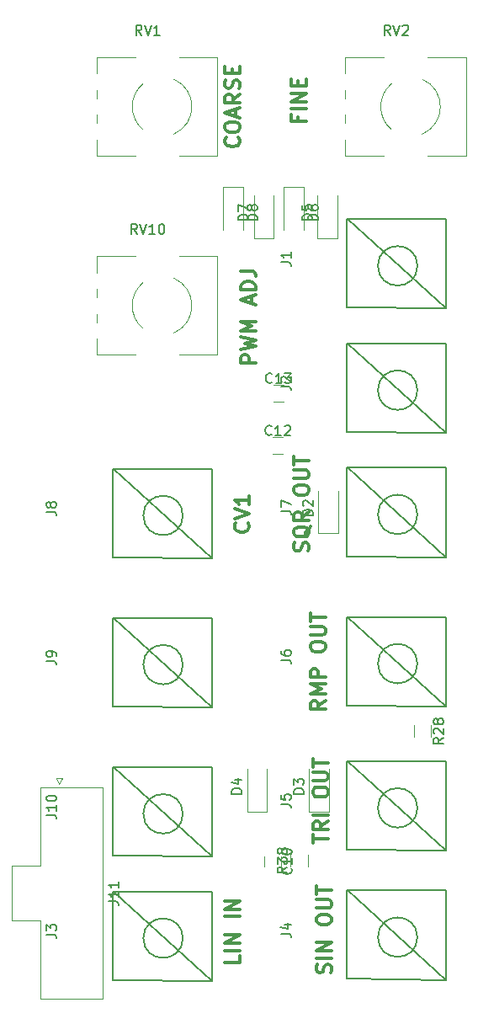
<source format=gbr>
%TF.GenerationSoftware,KiCad,Pcbnew,4.0.7*%
%TF.CreationDate,2018-03-09T05:36:50+01:00*%
%TF.ProjectId,vco,76636F2E6B696361645F706362000000,rev?*%
%TF.FileFunction,Legend,Top*%
%FSLAX46Y46*%
G04 Gerber Fmt 4.6, Leading zero omitted, Abs format (unit mm)*
G04 Created by KiCad (PCBNEW 4.0.7) date 03/09/18 05:36:50*
%MOMM*%
%LPD*%
G01*
G04 APERTURE LIST*
%ADD10C,0.100000*%
%ADD11C,0.300000*%
%ADD12C,0.120000*%
%ADD13C,0.150000*%
G04 APERTURE END LIST*
D10*
D11*
X172428571Y-65192857D02*
X170928571Y-65192857D01*
X170928571Y-64621429D01*
X171000000Y-64478571D01*
X171071429Y-64407143D01*
X171214286Y-64335714D01*
X171428571Y-64335714D01*
X171571429Y-64407143D01*
X171642857Y-64478571D01*
X171714286Y-64621429D01*
X171714286Y-65192857D01*
X170928571Y-63835714D02*
X172428571Y-63478571D01*
X171357143Y-63192857D01*
X172428571Y-62907143D01*
X170928571Y-62550000D01*
X172428571Y-61978571D02*
X170928571Y-61978571D01*
X172000000Y-61478571D01*
X170928571Y-60978571D01*
X172428571Y-60978571D01*
X172000000Y-59192857D02*
X172000000Y-58478571D01*
X172428571Y-59335714D02*
X170928571Y-58835714D01*
X172428571Y-58335714D01*
X172428571Y-57835714D02*
X170928571Y-57835714D01*
X170928571Y-57478571D01*
X171000000Y-57264286D01*
X171142857Y-57121428D01*
X171285714Y-57050000D01*
X171571429Y-56978571D01*
X171785714Y-56978571D01*
X172071429Y-57050000D01*
X172214286Y-57121428D01*
X172357143Y-57264286D01*
X172428571Y-57478571D01*
X172428571Y-57835714D01*
X170928571Y-55907143D02*
X172000000Y-55907143D01*
X172214286Y-55978571D01*
X172357143Y-56121428D01*
X172428571Y-56335714D01*
X172428571Y-56478571D01*
X176692857Y-40407143D02*
X176692857Y-40907143D01*
X177478571Y-40907143D02*
X175978571Y-40907143D01*
X175978571Y-40192857D01*
X177478571Y-39621429D02*
X175978571Y-39621429D01*
X177478571Y-38907143D02*
X175978571Y-38907143D01*
X177478571Y-38050000D01*
X175978571Y-38050000D01*
X176692857Y-37335714D02*
X176692857Y-36835714D01*
X177478571Y-36621428D02*
X177478571Y-37335714D01*
X175978571Y-37335714D01*
X175978571Y-36621428D01*
X170685714Y-42507142D02*
X170757143Y-42578571D01*
X170828571Y-42792857D01*
X170828571Y-42935714D01*
X170757143Y-43149999D01*
X170614286Y-43292857D01*
X170471429Y-43364285D01*
X170185714Y-43435714D01*
X169971429Y-43435714D01*
X169685714Y-43364285D01*
X169542857Y-43292857D01*
X169400000Y-43149999D01*
X169328571Y-42935714D01*
X169328571Y-42792857D01*
X169400000Y-42578571D01*
X169471429Y-42507142D01*
X169328571Y-41578571D02*
X169328571Y-41292857D01*
X169400000Y-41149999D01*
X169542857Y-41007142D01*
X169828571Y-40935714D01*
X170328571Y-40935714D01*
X170614286Y-41007142D01*
X170757143Y-41149999D01*
X170828571Y-41292857D01*
X170828571Y-41578571D01*
X170757143Y-41721428D01*
X170614286Y-41864285D01*
X170328571Y-41935714D01*
X169828571Y-41935714D01*
X169542857Y-41864285D01*
X169400000Y-41721428D01*
X169328571Y-41578571D01*
X170400000Y-40364285D02*
X170400000Y-39649999D01*
X170828571Y-40507142D02*
X169328571Y-40007142D01*
X170828571Y-39507142D01*
X170828571Y-38149999D02*
X170114286Y-38649999D01*
X170828571Y-39007142D02*
X169328571Y-39007142D01*
X169328571Y-38435714D01*
X169400000Y-38292856D01*
X169471429Y-38221428D01*
X169614286Y-38149999D01*
X169828571Y-38149999D01*
X169971429Y-38221428D01*
X170042857Y-38292856D01*
X170114286Y-38435714D01*
X170114286Y-39007142D01*
X170757143Y-37578571D02*
X170828571Y-37364285D01*
X170828571Y-37007142D01*
X170757143Y-36864285D01*
X170685714Y-36792856D01*
X170542857Y-36721428D01*
X170400000Y-36721428D01*
X170257143Y-36792856D01*
X170185714Y-36864285D01*
X170114286Y-37007142D01*
X170042857Y-37292856D01*
X169971429Y-37435714D01*
X169900000Y-37507142D01*
X169757143Y-37578571D01*
X169614286Y-37578571D01*
X169471429Y-37507142D01*
X169400000Y-37435714D01*
X169328571Y-37292856D01*
X169328571Y-36935714D01*
X169400000Y-36721428D01*
X170042857Y-36078571D02*
X170042857Y-35578571D01*
X170828571Y-35364285D02*
X170828571Y-36078571D01*
X169328571Y-36078571D01*
X169328571Y-35364285D01*
X171635714Y-81242856D02*
X171707143Y-81314285D01*
X171778571Y-81528571D01*
X171778571Y-81671428D01*
X171707143Y-81885713D01*
X171564286Y-82028571D01*
X171421429Y-82099999D01*
X171135714Y-82171428D01*
X170921429Y-82171428D01*
X170635714Y-82099999D01*
X170492857Y-82028571D01*
X170350000Y-81885713D01*
X170278571Y-81671428D01*
X170278571Y-81528571D01*
X170350000Y-81314285D01*
X170421429Y-81242856D01*
X170278571Y-80814285D02*
X171778571Y-80314285D01*
X170278571Y-79814285D01*
X171778571Y-78528571D02*
X171778571Y-79385714D01*
X171778571Y-78957142D02*
X170278571Y-78957142D01*
X170492857Y-79099999D01*
X170635714Y-79242857D01*
X170707143Y-79385714D01*
X177707143Y-84078572D02*
X177778571Y-83864286D01*
X177778571Y-83507143D01*
X177707143Y-83364286D01*
X177635714Y-83292857D01*
X177492857Y-83221429D01*
X177350000Y-83221429D01*
X177207143Y-83292857D01*
X177135714Y-83364286D01*
X177064286Y-83507143D01*
X176992857Y-83792857D01*
X176921429Y-83935715D01*
X176850000Y-84007143D01*
X176707143Y-84078572D01*
X176564286Y-84078572D01*
X176421429Y-84007143D01*
X176350000Y-83935715D01*
X176278571Y-83792857D01*
X176278571Y-83435715D01*
X176350000Y-83221429D01*
X177921429Y-81578572D02*
X177850000Y-81721429D01*
X177707143Y-81864286D01*
X177492857Y-82078572D01*
X177421429Y-82221429D01*
X177421429Y-82364286D01*
X177778571Y-82292858D02*
X177707143Y-82435715D01*
X177564286Y-82578572D01*
X177278571Y-82650001D01*
X176778571Y-82650001D01*
X176492857Y-82578572D01*
X176350000Y-82435715D01*
X176278571Y-82292858D01*
X176278571Y-82007144D01*
X176350000Y-81864286D01*
X176492857Y-81721429D01*
X176778571Y-81650001D01*
X177278571Y-81650001D01*
X177564286Y-81721429D01*
X177707143Y-81864286D01*
X177778571Y-82007144D01*
X177778571Y-82292858D01*
X177778571Y-80150000D02*
X177064286Y-80650000D01*
X177778571Y-81007143D02*
X176278571Y-81007143D01*
X176278571Y-80435715D01*
X176350000Y-80292857D01*
X176421429Y-80221429D01*
X176564286Y-80150000D01*
X176778571Y-80150000D01*
X176921429Y-80221429D01*
X176992857Y-80292857D01*
X177064286Y-80435715D01*
X177064286Y-81007143D01*
X176278571Y-78078572D02*
X176278571Y-77792858D01*
X176350000Y-77650000D01*
X176492857Y-77507143D01*
X176778571Y-77435715D01*
X177278571Y-77435715D01*
X177564286Y-77507143D01*
X177707143Y-77650000D01*
X177778571Y-77792858D01*
X177778571Y-78078572D01*
X177707143Y-78221429D01*
X177564286Y-78364286D01*
X177278571Y-78435715D01*
X176778571Y-78435715D01*
X176492857Y-78364286D01*
X176350000Y-78221429D01*
X176278571Y-78078572D01*
X176278571Y-76792857D02*
X177492857Y-76792857D01*
X177635714Y-76721429D01*
X177707143Y-76650000D01*
X177778571Y-76507143D01*
X177778571Y-76221429D01*
X177707143Y-76078571D01*
X177635714Y-76007143D01*
X177492857Y-75935714D01*
X176278571Y-75935714D01*
X176278571Y-75435714D02*
X176278571Y-74578571D01*
X177778571Y-75007142D02*
X176278571Y-75007142D01*
X179428571Y-99107143D02*
X178714286Y-99607143D01*
X179428571Y-99964286D02*
X177928571Y-99964286D01*
X177928571Y-99392858D01*
X178000000Y-99250000D01*
X178071429Y-99178572D01*
X178214286Y-99107143D01*
X178428571Y-99107143D01*
X178571429Y-99178572D01*
X178642857Y-99250000D01*
X178714286Y-99392858D01*
X178714286Y-99964286D01*
X179428571Y-98464286D02*
X177928571Y-98464286D01*
X179000000Y-97964286D01*
X177928571Y-97464286D01*
X179428571Y-97464286D01*
X179428571Y-96750000D02*
X177928571Y-96750000D01*
X177928571Y-96178572D01*
X178000000Y-96035714D01*
X178071429Y-95964286D01*
X178214286Y-95892857D01*
X178428571Y-95892857D01*
X178571429Y-95964286D01*
X178642857Y-96035714D01*
X178714286Y-96178572D01*
X178714286Y-96750000D01*
X177928571Y-93821429D02*
X177928571Y-93535715D01*
X178000000Y-93392857D01*
X178142857Y-93250000D01*
X178428571Y-93178572D01*
X178928571Y-93178572D01*
X179214286Y-93250000D01*
X179357143Y-93392857D01*
X179428571Y-93535715D01*
X179428571Y-93821429D01*
X179357143Y-93964286D01*
X179214286Y-94107143D01*
X178928571Y-94178572D01*
X178428571Y-94178572D01*
X178142857Y-94107143D01*
X178000000Y-93964286D01*
X177928571Y-93821429D01*
X177928571Y-92535714D02*
X179142857Y-92535714D01*
X179285714Y-92464286D01*
X179357143Y-92392857D01*
X179428571Y-92250000D01*
X179428571Y-91964286D01*
X179357143Y-91821428D01*
X179285714Y-91750000D01*
X179142857Y-91678571D01*
X177928571Y-91678571D01*
X177928571Y-91178571D02*
X177928571Y-90321428D01*
X179428571Y-90749999D02*
X177928571Y-90749999D01*
X178178571Y-113450000D02*
X178178571Y-112592857D01*
X179678571Y-113021428D02*
X178178571Y-113021428D01*
X179678571Y-111235714D02*
X178964286Y-111735714D01*
X179678571Y-112092857D02*
X178178571Y-112092857D01*
X178178571Y-111521429D01*
X178250000Y-111378571D01*
X178321429Y-111307143D01*
X178464286Y-111235714D01*
X178678571Y-111235714D01*
X178821429Y-111307143D01*
X178892857Y-111378571D01*
X178964286Y-111521429D01*
X178964286Y-112092857D01*
X179678571Y-110592857D02*
X178178571Y-110592857D01*
X178178571Y-108450000D02*
X178178571Y-108164286D01*
X178250000Y-108021428D01*
X178392857Y-107878571D01*
X178678571Y-107807143D01*
X179178571Y-107807143D01*
X179464286Y-107878571D01*
X179607143Y-108021428D01*
X179678571Y-108164286D01*
X179678571Y-108450000D01*
X179607143Y-108592857D01*
X179464286Y-108735714D01*
X179178571Y-108807143D01*
X178678571Y-108807143D01*
X178392857Y-108735714D01*
X178250000Y-108592857D01*
X178178571Y-108450000D01*
X178178571Y-107164285D02*
X179392857Y-107164285D01*
X179535714Y-107092857D01*
X179607143Y-107021428D01*
X179678571Y-106878571D01*
X179678571Y-106592857D01*
X179607143Y-106449999D01*
X179535714Y-106378571D01*
X179392857Y-106307142D01*
X178178571Y-106307142D01*
X178178571Y-105807142D02*
X178178571Y-104949999D01*
X179678571Y-105378570D02*
X178178571Y-105378570D01*
X179957143Y-126485715D02*
X180028571Y-126271429D01*
X180028571Y-125914286D01*
X179957143Y-125771429D01*
X179885714Y-125700000D01*
X179742857Y-125628572D01*
X179600000Y-125628572D01*
X179457143Y-125700000D01*
X179385714Y-125771429D01*
X179314286Y-125914286D01*
X179242857Y-126200000D01*
X179171429Y-126342858D01*
X179100000Y-126414286D01*
X178957143Y-126485715D01*
X178814286Y-126485715D01*
X178671429Y-126414286D01*
X178600000Y-126342858D01*
X178528571Y-126200000D01*
X178528571Y-125842858D01*
X178600000Y-125628572D01*
X180028571Y-124985715D02*
X178528571Y-124985715D01*
X180028571Y-124271429D02*
X178528571Y-124271429D01*
X180028571Y-123414286D01*
X178528571Y-123414286D01*
X178528571Y-121271429D02*
X178528571Y-120985715D01*
X178600000Y-120842857D01*
X178742857Y-120700000D01*
X179028571Y-120628572D01*
X179528571Y-120628572D01*
X179814286Y-120700000D01*
X179957143Y-120842857D01*
X180028571Y-120985715D01*
X180028571Y-121271429D01*
X179957143Y-121414286D01*
X179814286Y-121557143D01*
X179528571Y-121628572D01*
X179028571Y-121628572D01*
X178742857Y-121557143D01*
X178600000Y-121414286D01*
X178528571Y-121271429D01*
X178528571Y-119985714D02*
X179742857Y-119985714D01*
X179885714Y-119914286D01*
X179957143Y-119842857D01*
X180028571Y-119700000D01*
X180028571Y-119414286D01*
X179957143Y-119271428D01*
X179885714Y-119200000D01*
X179742857Y-119128571D01*
X178528571Y-119128571D01*
X178528571Y-118628571D02*
X178528571Y-117771428D01*
X180028571Y-118199999D02*
X178528571Y-118199999D01*
X170828571Y-124742857D02*
X170828571Y-125457143D01*
X169328571Y-125457143D01*
X170828571Y-124242857D02*
X169328571Y-124242857D01*
X170828571Y-123528571D02*
X169328571Y-123528571D01*
X170828571Y-122671428D01*
X169328571Y-122671428D01*
X170828571Y-120814285D02*
X169328571Y-120814285D01*
X170828571Y-120099999D02*
X169328571Y-120099999D01*
X170828571Y-119242856D01*
X169328571Y-119242856D01*
D12*
X164171982Y-36637568D02*
G75*
G02X164173000Y-42162000I-1171982J-2762432D01*
G01*
X161071705Y-41697753D02*
G75*
G02X161072000Y-37102000I1928295J2297753D01*
G01*
X156440000Y-34439000D02*
X160306000Y-34439000D01*
X164695000Y-34439000D02*
X168560000Y-34439000D01*
X156440000Y-44360000D02*
X160306000Y-44360000D01*
X164695000Y-44360000D02*
X168560000Y-44360000D01*
X156440000Y-34439000D02*
X156440000Y-36075000D01*
X156440000Y-37725000D02*
X156440000Y-38575000D01*
X156440000Y-40225000D02*
X156440000Y-41075000D01*
X156440000Y-42725000D02*
X156440000Y-44360000D01*
X168560000Y-34439000D02*
X168560000Y-44360000D01*
X189171982Y-36637568D02*
G75*
G02X189173000Y-42162000I-1171982J-2762432D01*
G01*
X186071705Y-41697753D02*
G75*
G02X186072000Y-37102000I1928295J2297753D01*
G01*
X181440000Y-34439000D02*
X185306000Y-34439000D01*
X189695000Y-34439000D02*
X193560000Y-34439000D01*
X181440000Y-44360000D02*
X185306000Y-44360000D01*
X189695000Y-44360000D02*
X193560000Y-44360000D01*
X181440000Y-34439000D02*
X181440000Y-36075000D01*
X181440000Y-37725000D02*
X181440000Y-38575000D01*
X181440000Y-40225000D02*
X181440000Y-41075000D01*
X181440000Y-42725000D02*
X181440000Y-44360000D01*
X193560000Y-34439000D02*
X193560000Y-44360000D01*
X164171982Y-56637568D02*
G75*
G02X164173000Y-62162000I-1171982J-2762432D01*
G01*
X161071705Y-61697753D02*
G75*
G02X161072000Y-57102000I1928295J2297753D01*
G01*
X156440000Y-54439000D02*
X160306000Y-54439000D01*
X164695000Y-54439000D02*
X168560000Y-54439000D01*
X156440000Y-64360000D02*
X160306000Y-64360000D01*
X164695000Y-64360000D02*
X168560000Y-64360000D01*
X156440000Y-54439000D02*
X156440000Y-56075000D01*
X156440000Y-57725000D02*
X156440000Y-58575000D01*
X156440000Y-60225000D02*
X156440000Y-61075000D01*
X156440000Y-62725000D02*
X156440000Y-64360000D01*
X168560000Y-54439000D02*
X168560000Y-64360000D01*
D13*
X188684943Y-67900000D02*
G75*
G03X188684943Y-67900000I-1984943J0D01*
G01*
X191600000Y-72200000D02*
X181700000Y-63200000D01*
X191600000Y-63200000D02*
X191600000Y-72200000D01*
X181600000Y-63200000D02*
X191600000Y-63200000D01*
X181600000Y-72100000D02*
X181600000Y-63200000D01*
X191600000Y-72200000D02*
X181600000Y-72100000D01*
D12*
X157040000Y-118500000D02*
X157040000Y-107880000D01*
X157040000Y-107880000D02*
X150760000Y-107880000D01*
X150760000Y-107880000D02*
X150760000Y-115750000D01*
X150760000Y-115750000D02*
X147900000Y-115750000D01*
X147900000Y-115750000D02*
X147900000Y-118500000D01*
X157040000Y-118500000D02*
X157040000Y-129120000D01*
X157040000Y-129120000D02*
X150760000Y-129120000D01*
X150760000Y-129120000D02*
X150760000Y-121250000D01*
X150760000Y-121250000D02*
X147900000Y-121250000D01*
X147900000Y-121250000D02*
X147900000Y-118500000D01*
X152650000Y-107530000D02*
X152350000Y-106930000D01*
X152350000Y-106930000D02*
X152950000Y-106930000D01*
X152950000Y-106930000D02*
X152650000Y-107530000D01*
D13*
X188684943Y-55400000D02*
G75*
G03X188684943Y-55400000I-1984943J0D01*
G01*
X191600000Y-59700000D02*
X181700000Y-50700000D01*
X191600000Y-50700000D02*
X191600000Y-59700000D01*
X181600000Y-50700000D02*
X191600000Y-50700000D01*
X181600000Y-59600000D02*
X181600000Y-50700000D01*
X191600000Y-59700000D02*
X181600000Y-59600000D01*
X188684943Y-80400000D02*
G75*
G03X188684943Y-80400000I-1984943J0D01*
G01*
X191600000Y-84700000D02*
X181700000Y-75700000D01*
X191600000Y-75700000D02*
X191600000Y-84700000D01*
X181600000Y-75700000D02*
X191600000Y-75700000D01*
X181600000Y-84600000D02*
X181600000Y-75700000D01*
X191600000Y-84700000D02*
X181600000Y-84600000D01*
X188684943Y-95400000D02*
G75*
G03X188684943Y-95400000I-1984943J0D01*
G01*
X191600000Y-99700000D02*
X181700000Y-90700000D01*
X191600000Y-90700000D02*
X191600000Y-99700000D01*
X181600000Y-90700000D02*
X191600000Y-90700000D01*
X181600000Y-99600000D02*
X181600000Y-90700000D01*
X191600000Y-99700000D02*
X181600000Y-99600000D01*
X188684943Y-109900000D02*
G75*
G03X188684943Y-109900000I-1984943J0D01*
G01*
X191600000Y-114200000D02*
X181700000Y-105200000D01*
X191600000Y-105200000D02*
X191600000Y-114200000D01*
X181600000Y-105200000D02*
X191600000Y-105200000D01*
X181600000Y-114100000D02*
X181600000Y-105200000D01*
X191600000Y-114200000D02*
X181600000Y-114100000D01*
X188684943Y-122900000D02*
G75*
G03X188684943Y-122900000I-1984943J0D01*
G01*
X191600000Y-127200000D02*
X181700000Y-118200000D01*
X191600000Y-118200000D02*
X191600000Y-127200000D01*
X181600000Y-118200000D02*
X191600000Y-118200000D01*
X181600000Y-127100000D02*
X181600000Y-118200000D01*
X191600000Y-127200000D02*
X181600000Y-127100000D01*
X165084943Y-123000000D02*
G75*
G03X165084943Y-123000000I-1984943J0D01*
G01*
X168000000Y-127300000D02*
X158100000Y-118300000D01*
X168000000Y-118300000D02*
X168000000Y-127300000D01*
X158000000Y-118300000D02*
X168000000Y-118300000D01*
X158000000Y-127200000D02*
X158000000Y-118300000D01*
X168000000Y-127300000D02*
X158000000Y-127200000D01*
X165084943Y-110500000D02*
G75*
G03X165084943Y-110500000I-1984943J0D01*
G01*
X168000000Y-114800000D02*
X158100000Y-105800000D01*
X168000000Y-105800000D02*
X168000000Y-114800000D01*
X158000000Y-105800000D02*
X168000000Y-105800000D01*
X158000000Y-114700000D02*
X158000000Y-105800000D01*
X168000000Y-114800000D02*
X158000000Y-114700000D01*
X165084943Y-95500000D02*
G75*
G03X165084943Y-95500000I-1984943J0D01*
G01*
X168000000Y-99800000D02*
X158100000Y-90800000D01*
X168000000Y-90800000D02*
X168000000Y-99800000D01*
X158000000Y-90800000D02*
X168000000Y-90800000D01*
X158000000Y-99700000D02*
X158000000Y-90800000D01*
X168000000Y-99800000D02*
X158000000Y-99700000D01*
X165084943Y-80500000D02*
G75*
G03X165084943Y-80500000I-1984943J0D01*
G01*
X168000000Y-84800000D02*
X158100000Y-75800000D01*
X168000000Y-75800000D02*
X168000000Y-84800000D01*
X158000000Y-75800000D02*
X168000000Y-75800000D01*
X158000000Y-84700000D02*
X158000000Y-75800000D01*
X168000000Y-84800000D02*
X158000000Y-84700000D01*
D12*
X174950000Y-115800000D02*
X174950000Y-114800000D01*
X173250000Y-114800000D02*
X173250000Y-115800000D01*
X175150000Y-72650000D02*
X174150000Y-72650000D01*
X174150000Y-74350000D02*
X175150000Y-74350000D01*
X175200000Y-67400000D02*
X174200000Y-67400000D01*
X174200000Y-69100000D02*
X175200000Y-69100000D01*
X178700000Y-78000000D02*
X178700000Y-82300000D01*
X178700000Y-82300000D02*
X180700000Y-82300000D01*
X180700000Y-82300000D02*
X180700000Y-78000000D01*
X177800000Y-106000000D02*
X177800000Y-110300000D01*
X177800000Y-110300000D02*
X179800000Y-110300000D01*
X179800000Y-110300000D02*
X179800000Y-106000000D01*
X171550000Y-106000000D02*
X171550000Y-110300000D01*
X171550000Y-110300000D02*
X173550000Y-110300000D01*
X173550000Y-110300000D02*
X173550000Y-106000000D01*
X178622800Y-48300000D02*
X178622800Y-52600000D01*
X178622800Y-52600000D02*
X180622800Y-52600000D01*
X180622800Y-52600000D02*
X180622800Y-48300000D01*
X177222800Y-51813274D02*
X177222800Y-47513274D01*
X177222800Y-47513274D02*
X175222800Y-47513274D01*
X175222800Y-47513274D02*
X175222800Y-51813274D01*
X172222800Y-48313274D02*
X172222800Y-52613274D01*
X172222800Y-52613274D02*
X174222800Y-52613274D01*
X174222800Y-52613274D02*
X174222800Y-48313274D01*
X171122800Y-51813274D02*
X171122800Y-47513274D01*
X171122800Y-47513274D02*
X169122800Y-47513274D01*
X169122800Y-47513274D02*
X169122800Y-51813274D01*
X188320000Y-102800000D02*
X188320000Y-101600000D01*
X190080000Y-101600000D02*
X190080000Y-102800000D01*
X177680000Y-114600000D02*
X177680000Y-115800000D01*
X175920000Y-115800000D02*
X175920000Y-114600000D01*
D13*
X160954762Y-32202381D02*
X160621428Y-31726190D01*
X160383333Y-32202381D02*
X160383333Y-31202381D01*
X160764286Y-31202381D01*
X160859524Y-31250000D01*
X160907143Y-31297619D01*
X160954762Y-31392857D01*
X160954762Y-31535714D01*
X160907143Y-31630952D01*
X160859524Y-31678571D01*
X160764286Y-31726190D01*
X160383333Y-31726190D01*
X161240476Y-31202381D02*
X161573809Y-32202381D01*
X161907143Y-31202381D01*
X162764286Y-32202381D02*
X162192857Y-32202381D01*
X162478571Y-32202381D02*
X162478571Y-31202381D01*
X162383333Y-31345238D01*
X162288095Y-31440476D01*
X162192857Y-31488095D01*
X185954762Y-32202381D02*
X185621428Y-31726190D01*
X185383333Y-32202381D02*
X185383333Y-31202381D01*
X185764286Y-31202381D01*
X185859524Y-31250000D01*
X185907143Y-31297619D01*
X185954762Y-31392857D01*
X185954762Y-31535714D01*
X185907143Y-31630952D01*
X185859524Y-31678571D01*
X185764286Y-31726190D01*
X185383333Y-31726190D01*
X186240476Y-31202381D02*
X186573809Y-32202381D01*
X186907143Y-31202381D01*
X187192857Y-31297619D02*
X187240476Y-31250000D01*
X187335714Y-31202381D01*
X187573810Y-31202381D01*
X187669048Y-31250000D01*
X187716667Y-31297619D01*
X187764286Y-31392857D01*
X187764286Y-31488095D01*
X187716667Y-31630952D01*
X187145238Y-32202381D01*
X187764286Y-32202381D01*
X160478572Y-52202381D02*
X160145238Y-51726190D01*
X159907143Y-52202381D02*
X159907143Y-51202381D01*
X160288096Y-51202381D01*
X160383334Y-51250000D01*
X160430953Y-51297619D01*
X160478572Y-51392857D01*
X160478572Y-51535714D01*
X160430953Y-51630952D01*
X160383334Y-51678571D01*
X160288096Y-51726190D01*
X159907143Y-51726190D01*
X160764286Y-51202381D02*
X161097619Y-52202381D01*
X161430953Y-51202381D01*
X162288096Y-52202381D02*
X161716667Y-52202381D01*
X162002381Y-52202381D02*
X162002381Y-51202381D01*
X161907143Y-51345238D01*
X161811905Y-51440476D01*
X161716667Y-51488095D01*
X162907143Y-51202381D02*
X163002382Y-51202381D01*
X163097620Y-51250000D01*
X163145239Y-51297619D01*
X163192858Y-51392857D01*
X163240477Y-51583333D01*
X163240477Y-51821429D01*
X163192858Y-52011905D01*
X163145239Y-52107143D01*
X163097620Y-52154762D01*
X163002382Y-52202381D01*
X162907143Y-52202381D01*
X162811905Y-52154762D01*
X162764286Y-52107143D01*
X162716667Y-52011905D01*
X162669048Y-51821429D01*
X162669048Y-51583333D01*
X162716667Y-51392857D01*
X162764286Y-51297619D01*
X162811905Y-51250000D01*
X162907143Y-51202381D01*
X174952381Y-67533333D02*
X175666667Y-67533333D01*
X175809524Y-67580953D01*
X175904762Y-67676191D01*
X175952381Y-67819048D01*
X175952381Y-67914286D01*
X175047619Y-67104762D02*
X175000000Y-67057143D01*
X174952381Y-66961905D01*
X174952381Y-66723809D01*
X175000000Y-66628571D01*
X175047619Y-66580952D01*
X175142857Y-66533333D01*
X175238095Y-66533333D01*
X175380952Y-66580952D01*
X175952381Y-67152381D01*
X175952381Y-66533333D01*
X157602381Y-119309523D02*
X158316667Y-119309523D01*
X158459524Y-119357143D01*
X158554762Y-119452381D01*
X158602381Y-119595238D01*
X158602381Y-119690476D01*
X158602381Y-118309523D02*
X158602381Y-118880952D01*
X158602381Y-118595238D02*
X157602381Y-118595238D01*
X157745238Y-118690476D01*
X157840476Y-118785714D01*
X157888095Y-118880952D01*
X158602381Y-117357142D02*
X158602381Y-117928571D01*
X158602381Y-117642857D02*
X157602381Y-117642857D01*
X157745238Y-117738095D01*
X157840476Y-117833333D01*
X157888095Y-117928571D01*
X174952381Y-55033333D02*
X175666667Y-55033333D01*
X175809524Y-55080953D01*
X175904762Y-55176191D01*
X175952381Y-55319048D01*
X175952381Y-55414286D01*
X175952381Y-54033333D02*
X175952381Y-54604762D01*
X175952381Y-54319048D02*
X174952381Y-54319048D01*
X175095238Y-54414286D01*
X175190476Y-54509524D01*
X175238095Y-54604762D01*
X174952381Y-80033333D02*
X175666667Y-80033333D01*
X175809524Y-80080953D01*
X175904762Y-80176191D01*
X175952381Y-80319048D01*
X175952381Y-80414286D01*
X174952381Y-79652381D02*
X174952381Y-78985714D01*
X175952381Y-79414286D01*
X174952381Y-95033333D02*
X175666667Y-95033333D01*
X175809524Y-95080953D01*
X175904762Y-95176191D01*
X175952381Y-95319048D01*
X175952381Y-95414286D01*
X174952381Y-94128571D02*
X174952381Y-94319048D01*
X175000000Y-94414286D01*
X175047619Y-94461905D01*
X175190476Y-94557143D01*
X175380952Y-94604762D01*
X175761905Y-94604762D01*
X175857143Y-94557143D01*
X175904762Y-94509524D01*
X175952381Y-94414286D01*
X175952381Y-94223809D01*
X175904762Y-94128571D01*
X175857143Y-94080952D01*
X175761905Y-94033333D01*
X175523810Y-94033333D01*
X175428571Y-94080952D01*
X175380952Y-94128571D01*
X175333333Y-94223809D01*
X175333333Y-94414286D01*
X175380952Y-94509524D01*
X175428571Y-94557143D01*
X175523810Y-94604762D01*
X174952381Y-109533333D02*
X175666667Y-109533333D01*
X175809524Y-109580953D01*
X175904762Y-109676191D01*
X175952381Y-109819048D01*
X175952381Y-109914286D01*
X174952381Y-108580952D02*
X174952381Y-109057143D01*
X175428571Y-109104762D01*
X175380952Y-109057143D01*
X175333333Y-108961905D01*
X175333333Y-108723809D01*
X175380952Y-108628571D01*
X175428571Y-108580952D01*
X175523810Y-108533333D01*
X175761905Y-108533333D01*
X175857143Y-108580952D01*
X175904762Y-108628571D01*
X175952381Y-108723809D01*
X175952381Y-108961905D01*
X175904762Y-109057143D01*
X175857143Y-109104762D01*
X174952381Y-122533333D02*
X175666667Y-122533333D01*
X175809524Y-122580953D01*
X175904762Y-122676191D01*
X175952381Y-122819048D01*
X175952381Y-122914286D01*
X175285714Y-121628571D02*
X175952381Y-121628571D01*
X174904762Y-121866667D02*
X175619048Y-122104762D01*
X175619048Y-121485714D01*
X151352381Y-122633333D02*
X152066667Y-122633333D01*
X152209524Y-122680953D01*
X152304762Y-122776191D01*
X152352381Y-122919048D01*
X152352381Y-123014286D01*
X151352381Y-122252381D02*
X151352381Y-121633333D01*
X151733333Y-121966667D01*
X151733333Y-121823809D01*
X151780952Y-121728571D01*
X151828571Y-121680952D01*
X151923810Y-121633333D01*
X152161905Y-121633333D01*
X152257143Y-121680952D01*
X152304762Y-121728571D01*
X152352381Y-121823809D01*
X152352381Y-122109524D01*
X152304762Y-122204762D01*
X152257143Y-122252381D01*
X151352381Y-110609523D02*
X152066667Y-110609523D01*
X152209524Y-110657143D01*
X152304762Y-110752381D01*
X152352381Y-110895238D01*
X152352381Y-110990476D01*
X152352381Y-109609523D02*
X152352381Y-110180952D01*
X152352381Y-109895238D02*
X151352381Y-109895238D01*
X151495238Y-109990476D01*
X151590476Y-110085714D01*
X151638095Y-110180952D01*
X151352381Y-108990476D02*
X151352381Y-108895237D01*
X151400000Y-108799999D01*
X151447619Y-108752380D01*
X151542857Y-108704761D01*
X151733333Y-108657142D01*
X151971429Y-108657142D01*
X152161905Y-108704761D01*
X152257143Y-108752380D01*
X152304762Y-108799999D01*
X152352381Y-108895237D01*
X152352381Y-108990476D01*
X152304762Y-109085714D01*
X152257143Y-109133333D01*
X152161905Y-109180952D01*
X151971429Y-109228571D01*
X151733333Y-109228571D01*
X151542857Y-109180952D01*
X151447619Y-109133333D01*
X151400000Y-109085714D01*
X151352381Y-108990476D01*
X151352381Y-95133333D02*
X152066667Y-95133333D01*
X152209524Y-95180953D01*
X152304762Y-95276191D01*
X152352381Y-95419048D01*
X152352381Y-95514286D01*
X152352381Y-94609524D02*
X152352381Y-94419048D01*
X152304762Y-94323809D01*
X152257143Y-94276190D01*
X152114286Y-94180952D01*
X151923810Y-94133333D01*
X151542857Y-94133333D01*
X151447619Y-94180952D01*
X151400000Y-94228571D01*
X151352381Y-94323809D01*
X151352381Y-94514286D01*
X151400000Y-94609524D01*
X151447619Y-94657143D01*
X151542857Y-94704762D01*
X151780952Y-94704762D01*
X151876190Y-94657143D01*
X151923810Y-94609524D01*
X151971429Y-94514286D01*
X151971429Y-94323809D01*
X151923810Y-94228571D01*
X151876190Y-94180952D01*
X151780952Y-94133333D01*
X151352381Y-80133333D02*
X152066667Y-80133333D01*
X152209524Y-80180953D01*
X152304762Y-80276191D01*
X152352381Y-80419048D01*
X152352381Y-80514286D01*
X151780952Y-79514286D02*
X151733333Y-79609524D01*
X151685714Y-79657143D01*
X151590476Y-79704762D01*
X151542857Y-79704762D01*
X151447619Y-79657143D01*
X151400000Y-79609524D01*
X151352381Y-79514286D01*
X151352381Y-79323809D01*
X151400000Y-79228571D01*
X151447619Y-79180952D01*
X151542857Y-79133333D01*
X151590476Y-79133333D01*
X151685714Y-79180952D01*
X151733333Y-79228571D01*
X151780952Y-79323809D01*
X151780952Y-79514286D01*
X151828571Y-79609524D01*
X151876190Y-79657143D01*
X151971429Y-79704762D01*
X152161905Y-79704762D01*
X152257143Y-79657143D01*
X152304762Y-79609524D01*
X152352381Y-79514286D01*
X152352381Y-79323809D01*
X152304762Y-79228571D01*
X152257143Y-79180952D01*
X152161905Y-79133333D01*
X151971429Y-79133333D01*
X151876190Y-79180952D01*
X151828571Y-79228571D01*
X151780952Y-79323809D01*
X175957143Y-115942857D02*
X176004762Y-115990476D01*
X176052381Y-116133333D01*
X176052381Y-116228571D01*
X176004762Y-116371429D01*
X175909524Y-116466667D01*
X175814286Y-116514286D01*
X175623810Y-116561905D01*
X175480952Y-116561905D01*
X175290476Y-116514286D01*
X175195238Y-116466667D01*
X175100000Y-116371429D01*
X175052381Y-116228571D01*
X175052381Y-116133333D01*
X175100000Y-115990476D01*
X175147619Y-115942857D01*
X176052381Y-114990476D02*
X176052381Y-115561905D01*
X176052381Y-115276191D02*
X175052381Y-115276191D01*
X175195238Y-115371429D01*
X175290476Y-115466667D01*
X175338095Y-115561905D01*
X175052381Y-114371429D02*
X175052381Y-114276190D01*
X175100000Y-114180952D01*
X175147619Y-114133333D01*
X175242857Y-114085714D01*
X175433333Y-114038095D01*
X175671429Y-114038095D01*
X175861905Y-114085714D01*
X175957143Y-114133333D01*
X176004762Y-114180952D01*
X176052381Y-114276190D01*
X176052381Y-114371429D01*
X176004762Y-114466667D01*
X175957143Y-114514286D01*
X175861905Y-114561905D01*
X175671429Y-114609524D01*
X175433333Y-114609524D01*
X175242857Y-114561905D01*
X175147619Y-114514286D01*
X175100000Y-114466667D01*
X175052381Y-114371429D01*
X174007143Y-72357143D02*
X173959524Y-72404762D01*
X173816667Y-72452381D01*
X173721429Y-72452381D01*
X173578571Y-72404762D01*
X173483333Y-72309524D01*
X173435714Y-72214286D01*
X173388095Y-72023810D01*
X173388095Y-71880952D01*
X173435714Y-71690476D01*
X173483333Y-71595238D01*
X173578571Y-71500000D01*
X173721429Y-71452381D01*
X173816667Y-71452381D01*
X173959524Y-71500000D01*
X174007143Y-71547619D01*
X174959524Y-72452381D02*
X174388095Y-72452381D01*
X174673809Y-72452381D02*
X174673809Y-71452381D01*
X174578571Y-71595238D01*
X174483333Y-71690476D01*
X174388095Y-71738095D01*
X175340476Y-71547619D02*
X175388095Y-71500000D01*
X175483333Y-71452381D01*
X175721429Y-71452381D01*
X175816667Y-71500000D01*
X175864286Y-71547619D01*
X175911905Y-71642857D01*
X175911905Y-71738095D01*
X175864286Y-71880952D01*
X175292857Y-72452381D01*
X175911905Y-72452381D01*
X174057143Y-67107143D02*
X174009524Y-67154762D01*
X173866667Y-67202381D01*
X173771429Y-67202381D01*
X173628571Y-67154762D01*
X173533333Y-67059524D01*
X173485714Y-66964286D01*
X173438095Y-66773810D01*
X173438095Y-66630952D01*
X173485714Y-66440476D01*
X173533333Y-66345238D01*
X173628571Y-66250000D01*
X173771429Y-66202381D01*
X173866667Y-66202381D01*
X174009524Y-66250000D01*
X174057143Y-66297619D01*
X175009524Y-67202381D02*
X174438095Y-67202381D01*
X174723809Y-67202381D02*
X174723809Y-66202381D01*
X174628571Y-66345238D01*
X174533333Y-66440476D01*
X174438095Y-66488095D01*
X175342857Y-66202381D02*
X175961905Y-66202381D01*
X175628571Y-66583333D01*
X175771429Y-66583333D01*
X175866667Y-66630952D01*
X175914286Y-66678571D01*
X175961905Y-66773810D01*
X175961905Y-67011905D01*
X175914286Y-67107143D01*
X175866667Y-67154762D01*
X175771429Y-67202381D01*
X175485714Y-67202381D01*
X175390476Y-67154762D01*
X175342857Y-67107143D01*
X178152381Y-80488095D02*
X177152381Y-80488095D01*
X177152381Y-80250000D01*
X177200000Y-80107142D01*
X177295238Y-80011904D01*
X177390476Y-79964285D01*
X177580952Y-79916666D01*
X177723810Y-79916666D01*
X177914286Y-79964285D01*
X178009524Y-80011904D01*
X178104762Y-80107142D01*
X178152381Y-80250000D01*
X178152381Y-80488095D01*
X177247619Y-79535714D02*
X177200000Y-79488095D01*
X177152381Y-79392857D01*
X177152381Y-79154761D01*
X177200000Y-79059523D01*
X177247619Y-79011904D01*
X177342857Y-78964285D01*
X177438095Y-78964285D01*
X177580952Y-79011904D01*
X178152381Y-79583333D01*
X178152381Y-78964285D01*
X177252381Y-108488095D02*
X176252381Y-108488095D01*
X176252381Y-108250000D01*
X176300000Y-108107142D01*
X176395238Y-108011904D01*
X176490476Y-107964285D01*
X176680952Y-107916666D01*
X176823810Y-107916666D01*
X177014286Y-107964285D01*
X177109524Y-108011904D01*
X177204762Y-108107142D01*
X177252381Y-108250000D01*
X177252381Y-108488095D01*
X176252381Y-107583333D02*
X176252381Y-106964285D01*
X176633333Y-107297619D01*
X176633333Y-107154761D01*
X176680952Y-107059523D01*
X176728571Y-107011904D01*
X176823810Y-106964285D01*
X177061905Y-106964285D01*
X177157143Y-107011904D01*
X177204762Y-107059523D01*
X177252381Y-107154761D01*
X177252381Y-107440476D01*
X177204762Y-107535714D01*
X177157143Y-107583333D01*
X171002381Y-108488095D02*
X170002381Y-108488095D01*
X170002381Y-108250000D01*
X170050000Y-108107142D01*
X170145238Y-108011904D01*
X170240476Y-107964285D01*
X170430952Y-107916666D01*
X170573810Y-107916666D01*
X170764286Y-107964285D01*
X170859524Y-108011904D01*
X170954762Y-108107142D01*
X171002381Y-108250000D01*
X171002381Y-108488095D01*
X170335714Y-107059523D02*
X171002381Y-107059523D01*
X169954762Y-107297619D02*
X170669048Y-107535714D01*
X170669048Y-106916666D01*
X178075181Y-50788095D02*
X177075181Y-50788095D01*
X177075181Y-50550000D01*
X177122800Y-50407142D01*
X177218038Y-50311904D01*
X177313276Y-50264285D01*
X177503752Y-50216666D01*
X177646610Y-50216666D01*
X177837086Y-50264285D01*
X177932324Y-50311904D01*
X178027562Y-50407142D01*
X178075181Y-50550000D01*
X178075181Y-50788095D01*
X177075181Y-49311904D02*
X177075181Y-49788095D01*
X177551371Y-49835714D01*
X177503752Y-49788095D01*
X177456133Y-49692857D01*
X177456133Y-49454761D01*
X177503752Y-49359523D01*
X177551371Y-49311904D01*
X177646610Y-49264285D01*
X177884705Y-49264285D01*
X177979943Y-49311904D01*
X178027562Y-49359523D01*
X178075181Y-49454761D01*
X178075181Y-49692857D01*
X178027562Y-49788095D01*
X177979943Y-49835714D01*
X178675181Y-50801369D02*
X177675181Y-50801369D01*
X177675181Y-50563274D01*
X177722800Y-50420416D01*
X177818038Y-50325178D01*
X177913276Y-50277559D01*
X178103752Y-50229940D01*
X178246610Y-50229940D01*
X178437086Y-50277559D01*
X178532324Y-50325178D01*
X178627562Y-50420416D01*
X178675181Y-50563274D01*
X178675181Y-50801369D01*
X177675181Y-49372797D02*
X177675181Y-49563274D01*
X177722800Y-49658512D01*
X177770419Y-49706131D01*
X177913276Y-49801369D01*
X178103752Y-49848988D01*
X178484705Y-49848988D01*
X178579943Y-49801369D01*
X178627562Y-49753750D01*
X178675181Y-49658512D01*
X178675181Y-49468035D01*
X178627562Y-49372797D01*
X178579943Y-49325178D01*
X178484705Y-49277559D01*
X178246610Y-49277559D01*
X178151371Y-49325178D01*
X178103752Y-49372797D01*
X178056133Y-49468035D01*
X178056133Y-49658512D01*
X178103752Y-49753750D01*
X178151371Y-49801369D01*
X178246610Y-49848988D01*
X171675181Y-50801369D02*
X170675181Y-50801369D01*
X170675181Y-50563274D01*
X170722800Y-50420416D01*
X170818038Y-50325178D01*
X170913276Y-50277559D01*
X171103752Y-50229940D01*
X171246610Y-50229940D01*
X171437086Y-50277559D01*
X171532324Y-50325178D01*
X171627562Y-50420416D01*
X171675181Y-50563274D01*
X171675181Y-50801369D01*
X170675181Y-49896607D02*
X170675181Y-49229940D01*
X171675181Y-49658512D01*
X172575181Y-50801369D02*
X171575181Y-50801369D01*
X171575181Y-50563274D01*
X171622800Y-50420416D01*
X171718038Y-50325178D01*
X171813276Y-50277559D01*
X172003752Y-50229940D01*
X172146610Y-50229940D01*
X172337086Y-50277559D01*
X172432324Y-50325178D01*
X172527562Y-50420416D01*
X172575181Y-50563274D01*
X172575181Y-50801369D01*
X172003752Y-49658512D02*
X171956133Y-49753750D01*
X171908514Y-49801369D01*
X171813276Y-49848988D01*
X171765657Y-49848988D01*
X171670419Y-49801369D01*
X171622800Y-49753750D01*
X171575181Y-49658512D01*
X171575181Y-49468035D01*
X171622800Y-49372797D01*
X171670419Y-49325178D01*
X171765657Y-49277559D01*
X171813276Y-49277559D01*
X171908514Y-49325178D01*
X171956133Y-49372797D01*
X172003752Y-49468035D01*
X172003752Y-49658512D01*
X172051371Y-49753750D01*
X172098990Y-49801369D01*
X172194229Y-49848988D01*
X172384705Y-49848988D01*
X172479943Y-49801369D01*
X172527562Y-49753750D01*
X172575181Y-49658512D01*
X172575181Y-49468035D01*
X172527562Y-49372797D01*
X172479943Y-49325178D01*
X172384705Y-49277559D01*
X172194229Y-49277559D01*
X172098990Y-49325178D01*
X172051371Y-49372797D01*
X172003752Y-49468035D01*
X191302381Y-102842857D02*
X190826190Y-103176191D01*
X191302381Y-103414286D02*
X190302381Y-103414286D01*
X190302381Y-103033333D01*
X190350000Y-102938095D01*
X190397619Y-102890476D01*
X190492857Y-102842857D01*
X190635714Y-102842857D01*
X190730952Y-102890476D01*
X190778571Y-102938095D01*
X190826190Y-103033333D01*
X190826190Y-103414286D01*
X190397619Y-102461905D02*
X190350000Y-102414286D01*
X190302381Y-102319048D01*
X190302381Y-102080952D01*
X190350000Y-101985714D01*
X190397619Y-101938095D01*
X190492857Y-101890476D01*
X190588095Y-101890476D01*
X190730952Y-101938095D01*
X191302381Y-102509524D01*
X191302381Y-101890476D01*
X190730952Y-101319048D02*
X190683333Y-101414286D01*
X190635714Y-101461905D01*
X190540476Y-101509524D01*
X190492857Y-101509524D01*
X190397619Y-101461905D01*
X190350000Y-101414286D01*
X190302381Y-101319048D01*
X190302381Y-101128571D01*
X190350000Y-101033333D01*
X190397619Y-100985714D01*
X190492857Y-100938095D01*
X190540476Y-100938095D01*
X190635714Y-100985714D01*
X190683333Y-101033333D01*
X190730952Y-101128571D01*
X190730952Y-101319048D01*
X190778571Y-101414286D01*
X190826190Y-101461905D01*
X190921429Y-101509524D01*
X191111905Y-101509524D01*
X191207143Y-101461905D01*
X191254762Y-101414286D01*
X191302381Y-101319048D01*
X191302381Y-101128571D01*
X191254762Y-101033333D01*
X191207143Y-100985714D01*
X191111905Y-100938095D01*
X190921429Y-100938095D01*
X190826190Y-100985714D01*
X190778571Y-101033333D01*
X190730952Y-101128571D01*
X175602381Y-115842857D02*
X175126190Y-116176191D01*
X175602381Y-116414286D02*
X174602381Y-116414286D01*
X174602381Y-116033333D01*
X174650000Y-115938095D01*
X174697619Y-115890476D01*
X174792857Y-115842857D01*
X174935714Y-115842857D01*
X175030952Y-115890476D01*
X175078571Y-115938095D01*
X175126190Y-116033333D01*
X175126190Y-116414286D01*
X174602381Y-115509524D02*
X174602381Y-114890476D01*
X174983333Y-115223810D01*
X174983333Y-115080952D01*
X175030952Y-114985714D01*
X175078571Y-114938095D01*
X175173810Y-114890476D01*
X175411905Y-114890476D01*
X175507143Y-114938095D01*
X175554762Y-114985714D01*
X175602381Y-115080952D01*
X175602381Y-115366667D01*
X175554762Y-115461905D01*
X175507143Y-115509524D01*
X175030952Y-114319048D02*
X174983333Y-114414286D01*
X174935714Y-114461905D01*
X174840476Y-114509524D01*
X174792857Y-114509524D01*
X174697619Y-114461905D01*
X174650000Y-114414286D01*
X174602381Y-114319048D01*
X174602381Y-114128571D01*
X174650000Y-114033333D01*
X174697619Y-113985714D01*
X174792857Y-113938095D01*
X174840476Y-113938095D01*
X174935714Y-113985714D01*
X174983333Y-114033333D01*
X175030952Y-114128571D01*
X175030952Y-114319048D01*
X175078571Y-114414286D01*
X175126190Y-114461905D01*
X175221429Y-114509524D01*
X175411905Y-114509524D01*
X175507143Y-114461905D01*
X175554762Y-114414286D01*
X175602381Y-114319048D01*
X175602381Y-114128571D01*
X175554762Y-114033333D01*
X175507143Y-113985714D01*
X175411905Y-113938095D01*
X175221429Y-113938095D01*
X175126190Y-113985714D01*
X175078571Y-114033333D01*
X175030952Y-114128571D01*
M02*

</source>
